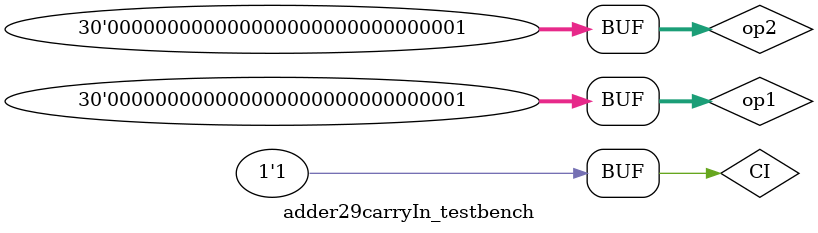
<source format=sv>
module adder30carryIn(Output, op1, op2, CI);
	input [29:0] op1, op2;
	input CI;
	output [29:0] Output;
	
	wire [29:0] carryOuts;
	
	fullAdder adder (.A(op1[0]), .B(op2[0]), .Cin(CI), .Cout(carryOuts[0]), .Out(Output[0]));
	
	genvar i;
	generate
		for(i=1; i<30; i++) begin : eachAdder
			fullAdder adderNum (.A(op1[i]), .B(op2[i]), .Cin(carryOuts[i-1]), .Cout(carryOuts[i]), .Out(Output[i]));
		end
	endgenerate
endmodule 

module adder29carryIn_testbench();
	reg [29:0] op1, op2;
	reg CI;
	wire [29:0] Output;
	parameter t = 10;
	
	adder32carryIn adder (.Output, .op1, .op2, .CI);
	
	initial begin
		// 0 + 1 = 1
		CI = 1;
		op1 = 30'h00000000;
		op2 = 30'h00000001;
		#t;
		assert (Output == 2);
		
		// 1 + 1 = 2
		op1 = 30'h00000001;
		#t;
	end
endmodule 
</source>
